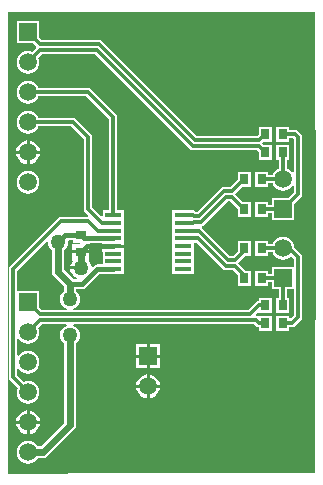
<source format=gtl>
%FSLAX25Y25*%
%MOIN*%
G70*
G01*
G75*
G04 Layer_Physical_Order=1*
G04 Layer_Color=255*
%ADD10R,0.03543X0.03150*%
%ADD11R,0.02756X0.03543*%
%ADD12R,0.05512X0.01772*%
%ADD13C,0.02362*%
%ADD14C,0.01575*%
%ADD15C,0.01181*%
%ADD16C,0.00394*%
%ADD17C,0.05906*%
%ADD18R,0.05906X0.05906*%
%ADD19C,0.05000*%
G36*
X200787Y118110D02*
X98425D01*
Y148977D01*
X98925Y149128D01*
X99007Y149006D01*
X101556Y146458D01*
X101356Y145976D01*
X101228Y145000D01*
X101356Y144024D01*
X101733Y143114D01*
X102332Y142332D01*
X103114Y141733D01*
X104024Y141356D01*
X105000Y141228D01*
X105976Y141356D01*
X106886Y141733D01*
X107668Y142332D01*
X108267Y143114D01*
X108644Y144024D01*
X108772Y145000D01*
X108644Y145976D01*
X108267Y146886D01*
X107668Y147668D01*
X106886Y148267D01*
X105976Y148644D01*
X105000Y148772D01*
X104024Y148644D01*
X103542Y148444D01*
X101405Y150582D01*
Y152720D01*
X101905Y152890D01*
X102332Y152332D01*
X103114Y151733D01*
X104024Y151356D01*
X105000Y151228D01*
X105976Y151356D01*
X106886Y151733D01*
X107668Y152332D01*
X108267Y153114D01*
X108644Y154024D01*
X108772Y155000D01*
X108644Y155976D01*
X108267Y156886D01*
X107668Y157668D01*
X106886Y158267D01*
X105976Y158644D01*
X105000Y158772D01*
X104024Y158644D01*
X103114Y158267D01*
X102332Y157668D01*
X101905Y157110D01*
X101405Y157280D01*
Y162720D01*
X101905Y162890D01*
X102332Y162332D01*
X103114Y161733D01*
X104024Y161356D01*
X105000Y161228D01*
X105976Y161356D01*
X106886Y161733D01*
X107668Y162332D01*
X108267Y163114D01*
X108644Y164024D01*
X108772Y165000D01*
X108644Y165976D01*
X108444Y166458D01*
X109598Y167611D01*
X117820D01*
X117920Y167111D01*
X117342Y166872D01*
X116655Y166345D01*
X116129Y165658D01*
X115797Y164858D01*
X115684Y164000D01*
X115797Y163142D01*
X116129Y162342D01*
X116655Y161655D01*
X116993Y161396D01*
Y134831D01*
X109169Y127007D01*
X108174D01*
X107668Y127667D01*
X106886Y128267D01*
X105976Y128644D01*
X105000Y128772D01*
X104024Y128644D01*
X103114Y128267D01*
X102332Y127667D01*
X101733Y126886D01*
X101356Y125976D01*
X101228Y125000D01*
X101356Y124024D01*
X101733Y123114D01*
X102332Y122333D01*
X103114Y121733D01*
X104024Y121356D01*
X105000Y121228D01*
X105976Y121356D01*
X106886Y121733D01*
X107668Y122333D01*
X108174Y122993D01*
X110000D01*
X110768Y123146D01*
X111419Y123581D01*
X120419Y132581D01*
X120854Y133232D01*
X121007Y134000D01*
Y161396D01*
X121345Y161655D01*
X121871Y162342D01*
X122203Y163142D01*
X122316Y164000D01*
X122203Y164858D01*
X121871Y165658D01*
X121345Y166345D01*
X120658Y166872D01*
X120080Y167111D01*
X120180Y167611D01*
X180402D01*
X181007Y167007D01*
X181462Y166702D01*
X181882Y166619D01*
Y165441D01*
X186213D01*
Y170559D01*
X181882D01*
X181882Y170559D01*
Y170559D01*
X181382Y170342D01*
X181106Y170396D01*
X180872Y170869D01*
X181405Y171402D01*
X181882Y171441D01*
Y171441D01*
X181882Y171441D01*
X186213D01*
Y176559D01*
X181882D01*
Y175378D01*
X181478Y175298D01*
X181022Y174993D01*
X178418Y172389D01*
X120180D01*
X120080Y172889D01*
X120658Y173128D01*
X121345Y173655D01*
X121871Y174342D01*
X122203Y175142D01*
X122316Y176000D01*
X122203Y176858D01*
X121871Y177658D01*
X121345Y178345D01*
X121007Y178604D01*
Y179394D01*
X123000D01*
X123000Y179394D01*
X123512Y179496D01*
X123615Y179517D01*
X124135Y179865D01*
X128708Y184438D01*
X129842D01*
Y184370D01*
X136929D01*
Y186929D01*
Y189488D01*
Y191835D01*
X137142D01*
Y193220D01*
X129630D01*
Y191835D01*
X129842D01*
Y189488D01*
Y187649D01*
X128043D01*
X128043Y187649D01*
X127531Y187547D01*
X127429Y187527D01*
X126908Y187179D01*
X126908Y187179D01*
X126544Y186815D01*
X126016Y186994D01*
X125969Y187355D01*
X125616Y188206D01*
X125270Y188657D01*
X125331Y189157D01*
X125331D01*
X125331Y189157D01*
Y191232D01*
X119787D01*
Y189157D01*
X119787Y189157D01*
X119787D01*
X119848Y188657D01*
X119502Y188206D01*
X119149Y187355D01*
X119095Y186941D01*
X122559D01*
Y185941D01*
X119095D01*
X119149Y185527D01*
X119502Y184676D01*
X120063Y183945D01*
X120794Y183384D01*
X121465Y183106D01*
X121366Y182606D01*
X120233D01*
X117007Y185831D01*
Y192396D01*
X117345Y192655D01*
X117871Y193342D01*
X118203Y194142D01*
X118316Y195000D01*
X118281Y195263D01*
X118611Y195638D01*
X120000D01*
Y194882D01*
X122426D01*
X122488Y194807D01*
X122255Y194307D01*
X119787D01*
Y192232D01*
X125331D01*
Y194307D01*
X125652Y194674D01*
X129630D01*
Y194220D01*
X137142D01*
Y195606D01*
X136929D01*
Y197165D01*
Y199724D01*
Y202284D01*
Y205630D01*
X134791D01*
Y236614D01*
X134684Y237152D01*
X134379Y237608D01*
X125994Y245993D01*
X125538Y246298D01*
X125000Y246405D01*
X108466D01*
X108267Y246886D01*
X107668Y247668D01*
X106886Y248267D01*
X105976Y248644D01*
X105000Y248772D01*
X104024Y248644D01*
X103114Y248267D01*
X102332Y247668D01*
X101733Y246886D01*
X101356Y245976D01*
X101228Y245000D01*
X101356Y244024D01*
X101733Y243114D01*
X102332Y242333D01*
X103114Y241733D01*
X104024Y241356D01*
X105000Y241228D01*
X105976Y241356D01*
X106886Y241733D01*
X107668Y242333D01*
X108267Y243114D01*
X108466Y243595D01*
X124418D01*
X131981Y236032D01*
Y205630D01*
X129842D01*
Y203798D01*
X129381Y203606D01*
X126405Y206582D01*
Y230000D01*
X126298Y230538D01*
X125994Y230993D01*
X120993Y235993D01*
X120538Y236298D01*
X120000Y236405D01*
X108466D01*
X108267Y236886D01*
X107668Y237667D01*
X106886Y238267D01*
X105976Y238644D01*
X105000Y238772D01*
X104024Y238644D01*
X103114Y238267D01*
X102332Y237667D01*
X101733Y236886D01*
X101356Y235976D01*
X101228Y235000D01*
X101356Y234024D01*
X101733Y233114D01*
X102332Y232332D01*
X103114Y231733D01*
X104024Y231356D01*
X105000Y231228D01*
X105976Y231356D01*
X106886Y231733D01*
X107668Y232332D01*
X108267Y233114D01*
X108466Y233595D01*
X119418D01*
X123595Y229418D01*
Y206000D01*
X123702Y205462D01*
X124006Y205007D01*
X125123Y203890D01*
X125060Y203643D01*
X124901Y203405D01*
X116000D01*
X115462Y203298D01*
X115006Y202993D01*
X99007Y186994D01*
X98925Y186872D01*
X98425Y187023D01*
Y271654D01*
X200787D01*
Y118110D01*
D02*
G37*
G36*
X111534Y195108D02*
X111685Y194991D01*
X111797Y194142D01*
X112128Y193342D01*
X112655Y192655D01*
X112993Y192396D01*
Y185000D01*
X113146Y184232D01*
X113581Y183581D01*
X116993Y180169D01*
Y178604D01*
X116655Y178345D01*
X116129Y177658D01*
X115797Y176858D01*
X115684Y176000D01*
X115797Y175142D01*
X116129Y174342D01*
X116655Y173655D01*
X117342Y173128D01*
X117920Y172889D01*
X117820Y172389D01*
X109598D01*
X108740Y173247D01*
Y178740D01*
X101405D01*
Y185418D01*
X111240Y195253D01*
X111534Y195108D01*
D02*
G37*
%LPC*%
G36*
X145500Y150921D02*
Y147500D01*
X148921D01*
X148851Y148032D01*
X148453Y148993D01*
X147819Y149819D01*
X146993Y150453D01*
X146032Y150851D01*
X145500Y150921D01*
D02*
G37*
G36*
X144500D02*
X143968Y150851D01*
X143007Y150453D01*
X142181Y149819D01*
X141547Y148993D01*
X141149Y148032D01*
X141079Y147500D01*
X144500D01*
Y150921D01*
D02*
G37*
G36*
X148953Y156500D02*
X145500D01*
Y153047D01*
X148953D01*
Y156500D01*
D02*
G37*
G36*
X144500D02*
X141047D01*
Y153047D01*
X144500D01*
Y156500D01*
D02*
G37*
G36*
X104500Y138921D02*
X103968Y138851D01*
X103007Y138453D01*
X102181Y137819D01*
X101547Y136993D01*
X101149Y136032D01*
X101079Y135500D01*
X104500D01*
Y138921D01*
D02*
G37*
G36*
X108921Y134500D02*
X105500D01*
Y131079D01*
X106032Y131149D01*
X106993Y131547D01*
X107819Y132181D01*
X108453Y133007D01*
X108851Y133968D01*
X108921Y134500D01*
D02*
G37*
G36*
X104500D02*
X101079D01*
X101149Y133968D01*
X101547Y133007D01*
X102181Y132181D01*
X103007Y131547D01*
X103968Y131149D01*
X104500Y131079D01*
Y134500D01*
D02*
G37*
G36*
X148921Y146500D02*
X145500D01*
Y143079D01*
X146032Y143149D01*
X146993Y143547D01*
X147819Y144181D01*
X148453Y145007D01*
X148851Y145968D01*
X148921Y146500D01*
D02*
G37*
G36*
X144500D02*
X141079D01*
X141149Y145968D01*
X141547Y145007D01*
X142181Y144181D01*
X143007Y143547D01*
X143968Y143149D01*
X144500Y143079D01*
Y146500D01*
D02*
G37*
G36*
X105500Y138921D02*
Y135500D01*
X108921D01*
X108851Y136032D01*
X108453Y136993D01*
X107819Y137819D01*
X106993Y138453D01*
X106032Y138851D01*
X105500Y138921D01*
D02*
G37*
G36*
X144500Y160953D02*
X141047D01*
Y157500D01*
X144500D01*
Y160953D01*
D02*
G37*
G36*
X108921Y224500D02*
X105500D01*
Y221079D01*
X106032Y221149D01*
X106993Y221547D01*
X107819Y222181D01*
X108453Y223007D01*
X108851Y223968D01*
X108921Y224500D01*
D02*
G37*
G36*
X104500D02*
X101079D01*
X101149Y223968D01*
X101547Y223007D01*
X102181Y222181D01*
X103007Y221547D01*
X103968Y221149D01*
X104500Y221079D01*
Y224500D01*
D02*
G37*
G36*
Y228921D02*
X103968Y228851D01*
X103007Y228453D01*
X102181Y227819D01*
X101547Y226993D01*
X101149Y226032D01*
X101079Y225500D01*
X104500D01*
Y228921D01*
D02*
G37*
G36*
X108740Y268740D02*
X101260D01*
Y261260D01*
X106753D01*
X107763Y260250D01*
Y259750D01*
X106458Y258444D01*
X105976Y258644D01*
X105000Y258772D01*
X104024Y258644D01*
X103114Y258267D01*
X102332Y257667D01*
X101733Y256886D01*
X101356Y255976D01*
X101228Y255000D01*
X101356Y254024D01*
X101733Y253114D01*
X102332Y252332D01*
X103114Y251733D01*
X104024Y251356D01*
X105000Y251228D01*
X105976Y251356D01*
X106886Y251733D01*
X107668Y252332D01*
X108267Y253114D01*
X108644Y254024D01*
X108772Y255000D01*
X108644Y255976D01*
X108444Y256458D01*
X109598Y257611D01*
X127402D01*
X158975Y226038D01*
X159431Y225733D01*
X159968Y225626D01*
X181434D01*
X181882Y225179D01*
Y222441D01*
X186213D01*
Y227559D01*
X183475D01*
X183039Y227995D01*
X183041Y228007D01*
X183475Y228441D01*
X186213D01*
Y233559D01*
X181882D01*
Y230821D01*
X181465Y230405D01*
X161366D01*
X129793Y261978D01*
X129337Y262282D01*
X128800Y262389D01*
X109598D01*
X108740Y263247D01*
Y268740D01*
D02*
G37*
G36*
X105500Y228921D02*
Y225500D01*
X108921D01*
X108851Y226032D01*
X108453Y226993D01*
X107819Y227819D01*
X106993Y228453D01*
X106032Y228851D01*
X105500Y228921D01*
D02*
G37*
G36*
X190000Y196772D02*
X189024Y196644D01*
X188114Y196267D01*
X187332Y195668D01*
X186733Y194886D01*
X186534Y194405D01*
X185118D01*
Y195559D01*
X180787D01*
Y190441D01*
X185118D01*
Y191595D01*
X186534D01*
X186733Y191114D01*
X187332Y190332D01*
X188114Y189733D01*
X189024Y189356D01*
X190000Y189228D01*
X190976Y189356D01*
X191886Y189733D01*
X192667Y190332D01*
X192680Y190333D01*
X193595Y189418D01*
Y186740D01*
X186260D01*
Y184405D01*
X185118D01*
Y185559D01*
X180787D01*
Y180441D01*
X185118D01*
Y181595D01*
X186260D01*
Y179260D01*
X188595D01*
Y176559D01*
X187787D01*
Y171441D01*
X192118D01*
Y176559D01*
X191405D01*
Y179260D01*
X193595D01*
Y170582D01*
X192618Y169605D01*
X192118Y169812D01*
Y170559D01*
X187787D01*
Y165441D01*
X192118D01*
Y166595D01*
X193000D01*
X193538Y166702D01*
X193993Y167007D01*
X195993Y169007D01*
X196298Y169462D01*
X196405Y170000D01*
Y190000D01*
X196298Y190538D01*
X195993Y190993D01*
X193740Y193247D01*
X193644Y193976D01*
X193267Y194886D01*
X192667Y195668D01*
X191886Y196267D01*
X190976Y196644D01*
X190000Y196772D01*
D02*
G37*
G36*
X148953Y160953D02*
X145500D01*
Y157500D01*
X148953D01*
Y160953D01*
D02*
G37*
G36*
X179213Y218559D02*
X174882D01*
Y215822D01*
X172465Y213405D01*
X170339D01*
X169801Y213298D01*
X169345Y212993D01*
X161418Y205066D01*
X160780D01*
X160498Y205255D01*
X160158Y205323D01*
Y205630D01*
X153071D01*
Y202284D01*
Y199724D01*
Y197165D01*
Y194606D01*
Y192047D01*
Y189488D01*
Y186929D01*
Y184370D01*
X160158D01*
Y186929D01*
Y189488D01*
Y192047D01*
Y194606D01*
Y194875D01*
X161138D01*
X169975Y186038D01*
X170431Y185733D01*
X170968Y185626D01*
X173418D01*
X174882Y184163D01*
Y180441D01*
X179213D01*
Y185559D01*
X177456D01*
X177450Y185568D01*
X175003Y188016D01*
X177428Y190441D01*
X179213D01*
Y195559D01*
X174882D01*
Y191869D01*
X173418Y190405D01*
X172366D01*
X162963Y199808D01*
X162965Y199927D01*
X163078Y200340D01*
X163353Y200395D01*
X163809Y200699D01*
X171736Y208627D01*
X172434D01*
X174882Y206178D01*
Y203441D01*
X179213D01*
Y208559D01*
X176475D01*
X174039Y210995D01*
X174041Y211007D01*
X176475Y213441D01*
X179213D01*
Y218559D01*
D02*
G37*
G36*
X192118Y233559D02*
X187787D01*
Y228441D01*
X192118D01*
Y229595D01*
X193418D01*
X193595Y229418D01*
Y218280D01*
X193095Y218110D01*
X192667Y218668D01*
X191886Y219267D01*
X191405Y219466D01*
Y222441D01*
X192118D01*
Y227559D01*
X187787D01*
Y222441D01*
X188595D01*
Y219466D01*
X188114Y219267D01*
X187332Y218668D01*
X186733Y217886D01*
X186534Y217405D01*
X185118D01*
Y218559D01*
X180787D01*
Y213441D01*
X185118D01*
Y214595D01*
X186534D01*
X186733Y214114D01*
X187332Y213333D01*
X188114Y212733D01*
X189024Y212356D01*
X190000Y212228D01*
X190976Y212356D01*
X191886Y212733D01*
X192667Y213333D01*
X193095Y213890D01*
X193595Y213720D01*
Y211582D01*
X191753Y209740D01*
X186260D01*
Y207405D01*
X185118D01*
Y208559D01*
X180787D01*
Y203441D01*
X185118D01*
Y204595D01*
X186260D01*
Y202260D01*
X193740D01*
Y207753D01*
X195993Y210007D01*
X196298Y210462D01*
X196405Y211000D01*
Y230000D01*
X196298Y230538D01*
X195993Y230993D01*
X194993Y231993D01*
X194538Y232298D01*
X194000Y232405D01*
X192118D01*
Y233559D01*
D02*
G37*
G36*
X105000Y218772D02*
X104024Y218644D01*
X103114Y218267D01*
X102332Y217668D01*
X101733Y216886D01*
X101356Y215976D01*
X101228Y215000D01*
X101356Y214024D01*
X101733Y213114D01*
X102332Y212333D01*
X103114Y211733D01*
X104024Y211356D01*
X105000Y211228D01*
X105976Y211356D01*
X106886Y211733D01*
X107668Y212333D01*
X108267Y213114D01*
X108644Y214024D01*
X108772Y215000D01*
X108644Y215976D01*
X108267Y216886D01*
X107668Y217668D01*
X106886Y218267D01*
X105976Y218644D01*
X105000Y218772D01*
D02*
G37*
%LPD*%
D10*
X122559Y197244D02*
D03*
Y191732D02*
D03*
D11*
X189953Y225000D02*
D03*
X184047D02*
D03*
X177047Y216000D02*
D03*
X182953D02*
D03*
X177047Y206000D02*
D03*
X182953D02*
D03*
X184047Y231000D02*
D03*
X189953D02*
D03*
X189953Y168000D02*
D03*
X184047D02*
D03*
X177047Y193000D02*
D03*
X182953D02*
D03*
X177047Y183000D02*
D03*
X182953D02*
D03*
X184047Y174000D02*
D03*
X189953D02*
D03*
D12*
X133386Y203957D02*
D03*
Y201398D02*
D03*
Y198839D02*
D03*
Y196280D02*
D03*
Y193720D02*
D03*
Y191161D02*
D03*
Y188602D02*
D03*
Y186043D02*
D03*
X156614Y193720D02*
D03*
Y191161D02*
D03*
Y188602D02*
D03*
Y186043D02*
D03*
Y203957D02*
D03*
Y201398D02*
D03*
Y198839D02*
D03*
Y196280D02*
D03*
D13*
X119000Y176000D02*
Y181000D01*
X105000Y125000D02*
X110000D01*
X119000Y134000D01*
Y164000D01*
X115000Y185000D02*
X119000Y181000D01*
X115000Y185000D02*
Y195000D01*
X122559Y186441D02*
Y191732D01*
D14*
X123524Y196280D02*
X133386D01*
X122559Y197244D02*
X123524Y196280D01*
X124547Y193720D02*
X133386D01*
X122559Y191732D02*
X124547Y193720D01*
X117244Y197244D02*
X122559D01*
X115000Y195000D02*
X117244Y197244D01*
X128043Y186043D02*
X133386D01*
X123000Y181000D02*
X128043Y186043D01*
X119000Y181000D02*
X123000D01*
D15*
X182953Y216000D02*
X190000D01*
X182953Y216000D02*
X182953Y216000D01*
Y206000D02*
X190000D01*
Y216000D02*
Y224953D01*
Y206000D02*
X195000Y211000D01*
Y230000D01*
X194000Y231000D02*
X195000Y230000D01*
X189953Y231000D02*
X194000D01*
X182953Y193000D02*
X190000D01*
X182953Y183000D02*
X190000D01*
X190000Y174047D02*
Y183000D01*
Y193000D02*
X192000D01*
X195000Y190000D01*
Y170000D02*
Y190000D01*
X193000Y168000D02*
X195000Y170000D01*
X189953Y168000D02*
X193000D01*
X128161Y198839D02*
X133386D01*
X125000Y202000D02*
X128161Y198839D01*
X100000Y150000D02*
X105000Y145000D01*
X100000Y150000D02*
Y186000D01*
X129602Y201398D02*
X133386D01*
X125000Y206000D02*
X129602Y201398D01*
X116000Y202000D02*
X125000D01*
X100000Y186000D02*
X116000Y202000D01*
X133386Y203957D02*
Y236614D01*
X125000Y245000D02*
X133386Y236614D01*
X105000Y245000D02*
X125000D01*
Y206000D02*
Y230000D01*
X120000Y235000D02*
X125000Y230000D01*
X105000Y235000D02*
X120000D01*
X128800Y260984D02*
X160784Y229000D01*
X127984Y259016D02*
X159968Y227031D01*
X182016D01*
X160784Y229000D02*
X182047D01*
X184047Y231000D01*
X182016Y227031D02*
X184047Y225000D01*
X109016Y260984D02*
X128800D01*
X105000Y265000D02*
X109016Y260984D01*
X105000Y255000D02*
X109016Y259016D01*
X127984D01*
X156614Y203957D02*
X159961D01*
X160256Y203661D01*
X162000D01*
X156614Y201398D02*
X159961D01*
X160256Y201693D01*
X162000Y203661D02*
X170339Y212000D01*
X160256Y201693D02*
X162815D01*
X171154Y210032D01*
X170339Y212000D02*
X173047D01*
X177047Y216000D01*
X171154Y210032D02*
X173016D01*
X177047Y206000D01*
X156614Y196280D02*
X161721D01*
X156614Y198839D02*
X161945D01*
X171784Y189000D01*
X174000D01*
X161721Y196280D02*
X170968Y187031D01*
X174000D01*
Y189000D02*
X176457Y191457D01*
Y192409D01*
X177047Y193000D01*
X174000Y187031D02*
X176457Y184575D01*
Y183590D02*
Y184575D01*
Y183590D02*
X177047Y183000D01*
X109016Y170984D02*
X179000D01*
X105000Y165000D02*
X109016Y169016D01*
X105000Y175000D02*
X109016Y170984D01*
X179000D02*
X182016Y174000D01*
X184047D01*
X109016Y169016D02*
X180984D01*
X182000Y168000D01*
X184047D01*
D16*
X98425Y118110D02*
Y271654D01*
Y118110D02*
X118110D01*
X137795Y137795D01*
X153543D01*
X177165Y161417D01*
X192913D01*
X200787Y169291D01*
Y232283D01*
X192913Y240158D02*
X200787Y232283D01*
X157480Y240158D02*
X192913D01*
X125984Y271654D02*
X157480Y240158D01*
X98425Y271654D02*
X125984D01*
D17*
X145000Y147000D02*
D03*
X190000Y216000D02*
D03*
X105000Y125000D02*
D03*
Y135000D02*
D03*
Y145000D02*
D03*
Y155000D02*
D03*
X190000Y193000D02*
D03*
X105000Y215000D02*
D03*
Y225000D02*
D03*
Y235000D02*
D03*
Y245000D02*
D03*
Y255000D02*
D03*
Y165000D02*
D03*
D18*
X145000Y157000D02*
D03*
X190000Y206000D02*
D03*
Y183000D02*
D03*
X105000Y265000D02*
D03*
Y175000D02*
D03*
D19*
X119000Y164000D02*
D03*
Y176000D02*
D03*
X115000Y195000D02*
D03*
X122559Y186441D02*
D03*
M02*

</source>
